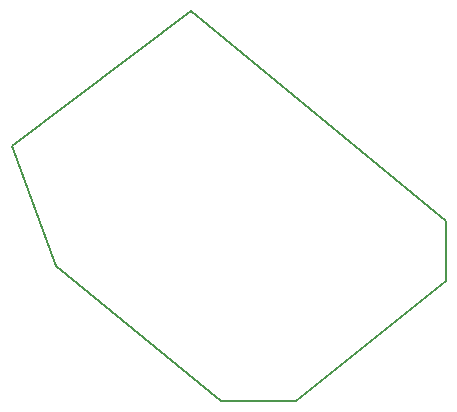
<source format=gm1>
G04 #@! TF.FileFunction,Profile,NP*
%FSLAX46Y46*%
G04 Gerber Fmt 4.6, Leading zero omitted, Abs format (unit mm)*
G04 Created by KiCad (PCBNEW 4.0.7+dfsg1-1) date Wed Jan 17 01:01:51 2018*
%MOMM*%
%LPD*%
G01*
G04 APERTURE LIST*
%ADD10C,0.100000*%
%ADD11C,0.200000*%
G04 APERTURE END LIST*
D10*
D11*
X68707000Y-87630000D02*
X83820000Y-76200000D01*
X72390000Y-97790000D02*
X68707000Y-87630000D01*
X86360000Y-109220000D02*
X72390000Y-97790000D01*
X92710000Y-109220000D02*
X86360000Y-109220000D01*
X105410000Y-99060000D02*
X92710000Y-109220000D01*
X105410000Y-93980000D02*
X105410000Y-99060000D01*
X83820000Y-76200000D02*
X105410000Y-93980000D01*
M02*

</source>
